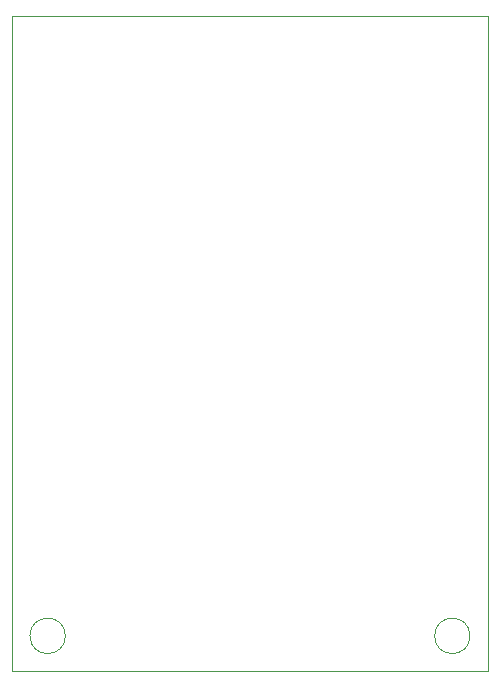
<source format=gbr>
G04 #@! TF.GenerationSoftware,KiCad,Pcbnew,(5.1.4)-1*
G04 #@! TF.CreationDate,2021-07-27T11:29:55-04:00*
G04 #@! TF.ProjectId,9000 Clock Module,39303030-2043-46c6-9f63-6b204d6f6475,rev?*
G04 #@! TF.SameCoordinates,Original*
G04 #@! TF.FileFunction,Profile,NP*
%FSLAX46Y46*%
G04 Gerber Fmt 4.6, Leading zero omitted, Abs format (unit mm)*
G04 Created by KiCad (PCBNEW (5.1.4)-1) date 2021-07-27 11:29:55*
%MOMM*%
%LPD*%
G04 APERTURE LIST*
%ADD10C,0.050000*%
G04 APERTURE END LIST*
D10*
X95010000Y-84630000D02*
G75*
G03X95010000Y-84630000I-1500000J0D01*
G01*
X129270000Y-84630000D02*
G75*
G03X129270000Y-84630000I-1500000J0D01*
G01*
X90510000Y-32150000D02*
X130770000Y-32150000D01*
X90510000Y-87630000D02*
X130770000Y-87630000D01*
X130770000Y-32150000D02*
X130770000Y-87630000D01*
X90510000Y-32150000D02*
X90510000Y-87630000D01*
M02*

</source>
